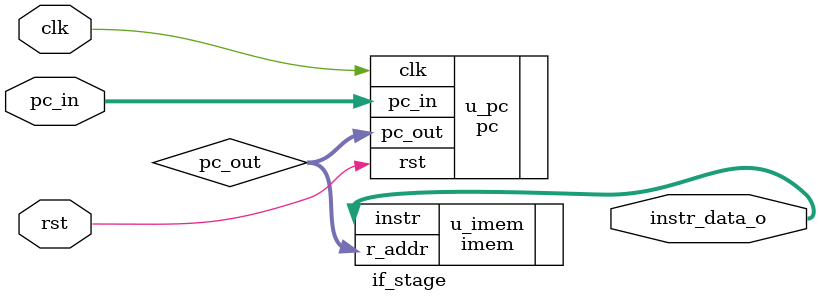
<source format=v>
module if_stage (
    // Signal synchronous (clk) and acsynchronous (rst)
    input clk,
    input rst,

    input [31:0] pc_in,

    output [31:0] instr_data_o
);
    wire [31:0] pc_out;
    
    // module pc
    pc u_pc (
        .clk(clk),
        .rst(rst),
        .pc_in(pc_in),
        .pc_out(pc_out)
    );

    // module imem
    imem u_imem(
        .r_addr(pc_out),
        .instr(instr_data_o)
    );
    
endmodule
</source>
